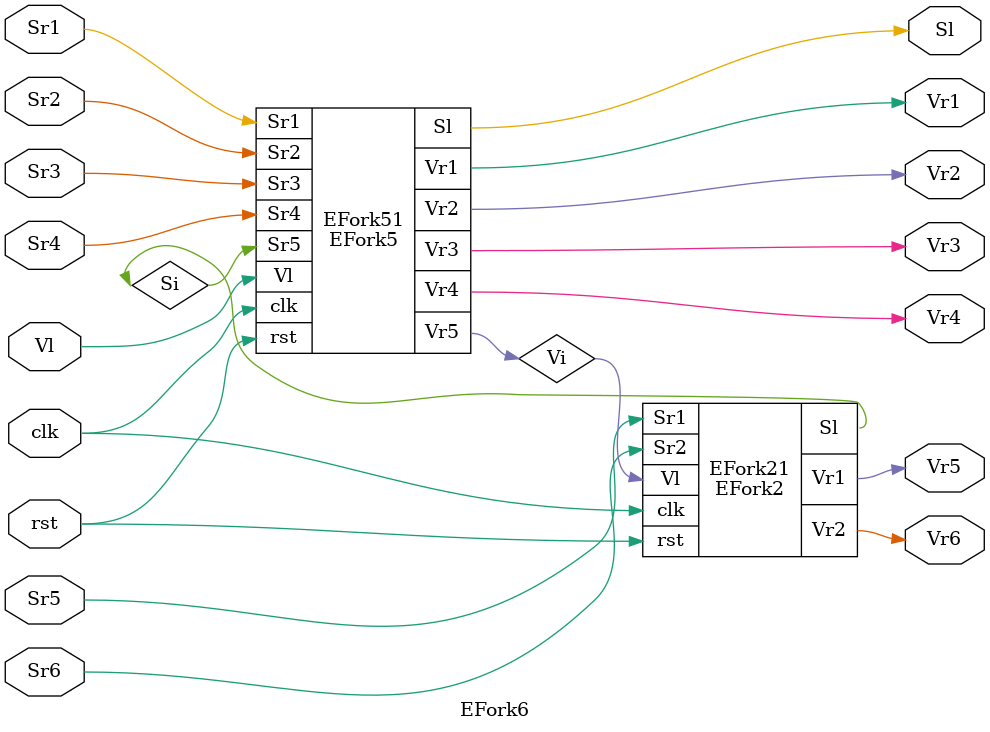
<source format=v>


// wire A1;
//INVX1 U0 (.Y(A1),.A(A));
//INVX1 U1 (.Y(Y),.A(A1));

//endmodule



module PDFFS (input                  clk, set,
                 input       d, 
                 output   q);
 


// A workaround as the UofU library doesn't contain PDFFS.
wire qi;
ILatchLR U0 (.clk(clk),.rst(set),.d(d),.q(qi));
ILatchHS U1 (.clk(clk),.set(set),.d(qi),.q(q));

endmodule



module PDFF (input                  clk,
                 input       d, 
                 output reg  q);
 
   always @(posedge clk)
       q <= d;
endmodule




module ILatchHR (input                  clk,rst,d,
            output  q);
// 1 bit, Latch HI, active HI asynchronous reset, Q is inverted with respect to D.

wire rstb;
INVX1 U0 (.Y(rstb), .A(rst));
LCX1 U1 (.Q(q),.CLR(rstb),.D(d),.G(clk));
endmodule



module ILatchLR (input                  clk,rst,d,
            output  q);
// 1 bit, Latch LO, active HI asynchronous reset, Q is inverted with respect to D.

wire rstb;
INVX1 U0 (.Y(rstb), .A(rst));
LCNX1 U1 (.Q(q),.CLR(rstb),.D(d),.G(clk));
endmodule


module ILatchHS (input                  clk,set,d,
            output q);
// 1 bit, Latch HI, active HI synchronous set, Q is inverted with respect to D. 

wire db,di,clr;
INVX1 U0 (.Y(db), .A(d));
NOR2X1 U1 (.Y(di),.A(set),.B(db)); //.B is faster
TIEHI U2 (.Y(clr));
LCX1 U3 (.Q(q),.CLR(clr),.D(di),.G(clk));
endmodule


module ILatchLS (input                  clk,set,d,
            output   q);
// 1 bit, Latch LO, active HI synchronous set, Q is inverted with respect to D. 

wire db,di,clr;
INVX1 U0 (.Y(db), .A(d));
NOR2X1 U1 (.Y(di),.A(set),.B(db));
TIEHI U2 (.Y(clr));
LCNX1 U3 (.Q(q),.CLR(clr),.D(di),.G(clk));
endmodule

module ILatchHREn (input clk,rst,en, input  d, output  q);

// 1 bit, Latch HI, active HI asynchronous reset, active HI enable, Q is inverted with respect to D.
wire rstb, clki;

// DELAY2 U0 (.Y(di), .A(d)); // Delay D signal so that G is always ahead of D. May require more or less delay, though.
INVX1 U1 (.Y(rstb), .A(rst));
NAND2X2 U2 (.Y(clki), .A(en), .B(clk)); // .B is faster
// LCNX1 U3 (.Q(q),.CLR(rstb),.D(di),.G(clki));
LCNX1 U3 (.Q(q),.CLR(rstb),.D(d),.G(clki));   
endmodule



module ILatchHR2En (input clk,rst,en1,en2, input  d, output  q);

// 1 bit, Latch HI, active HI asynchronous reset, active HI enable1, active HI enable2, Q is inverted with respect to D.
wire rstb, clki;

// DELAY2 U0 (.Y(di), .A(d)); // Delay D signal so that G is always ahead of D. May require more or less delay, though.
INVX1 U1 (.Y(rstb), .A(rst));
NAND3X1 U2 (.Y(clki), .A(en1), .B(en2), .C(clk)); // .c is faster
// LCNX1 U3 (.Q(q),.CLR(rstb),.D(di),.G(clki));
LCNX1 U3 (.Q(q),.CLR(rstb),.D(d),.G(clki));
   
endmodule





module ILatchHEn (input clk,en, input  d, output  q);

// 1 bit, Latch HI, no reset, active HI enable, Q is inverted with respect to D.
wire clr, clki;

// DELAY2 U0 (.Y(di), .A(d)); // Delay D signal so that G is always ahead of D. May require more or less delay, though.
TIEHI U1 (.Y(clr));
NAND2X2 U2 (.Y(clki), .A(en), .B(clk)); // .B is faster
// LCNX1 U3 (.Q(q),.CLR(clr),.D(di),.G(clki));
LCNX1 U3 (.Q(q),.CLR(clr),.D(d),.G(clki));
   
endmodule


module ILatchH2En (input clk,en1,en2, input  d, output  q);

// 1 bit, Latch HI, no reset, 2-active HI enable, Q is inverted with respect to D.
wire clr, clki;

// DELAY2 U0 (.Y(di), .A(d)); // Delay D signal so that G is always ahead of D. May require more or less delay, though.
TIEHI U1 (.Y(clr));
NAND3X1 U2 (.Y(clki), .A(en1), .B(en2), .C(clk)); // .C is faster
// LCNX1 U3 (.Q(q),.CLR(clr),.D(di),.G(clki));
LCNX1 U3 (.Q(q),.CLR(clr),.D(d),.G(clki));
   
endmodule





module ILatchLREn (input clk,rst,en, input  d, output  q);

// 1 bit, Latch LO, active HI asynchronous reset, active HI enable, Q is inverted with respect to D.
wire rstb, clki, enb;

// DELAY2 U0 (.Y(di), .A(d)); // Delay D signal so that G is always ahead of D. May require more or less delay, though.
INVX1 U1 (.Y(rstb), .A(rst));
INVX1 U2 (.Y(enb), .A(en));
NOR2X2 U3 (.Y(clki), .A(enb), .B(clk)); // .B is faster
// LCX1 U4 (.Q(q),.CLR(rstb),.D(di),.G(clki));
LCX1 U4 (.Q(q),.CLR(rstb),.D(d),.G(clki));
   
endmodule


module ILatchLR2En (input clk,rst,en1,en2, input  d, output  q);

// 1 bit, Latch LO, active HI asynchronous reset, 2-active HI enable, Q is inverted with respect to D.
wire rstb, clki, enb;

// DELAY2 U0 (.Y(di), .A(d)); // Delay D signal so that G is always ahead of D. May require more or less delay, though.
INVX1 U1 (.Y(rstb), .A(rst));
NAND2X1 U2 (.Y(enb), .A(en1), .B(en2));
NOR2X2 U3 (.Y(clki), .A(enb), .B(clk)); // .B is faster
// LCX1 U4 (.Q(q),.CLR(rstb),.D(di),.G(clki));
LCX1 U4 (.Q(q),.CLR(rstb),.D(d),.G(clki));
   
endmodule


module ILatchLEn (input clk,en, input  d, output  q);

// 1 bit, Latch LO, no reset, active HI enable, Q is inverted with respect to D.
wire  clki, enb,clr;

// DELAY2 U0 (.Y(di), .A(d)); // Delay D signal so that G is always ahead of D. May require more or less delay, though.
TIEHI U1 (.Y(clr));
INVX1 U2 (.Y(enb), .A(en));
NOR2X2 U3 (.Y(clki), .A(enb), .B(clk)); // .B is faster
// LCX1 U4 (.Q(q),.CLR(clr),.D(di),.G(clki));
LCX1 U4 (.Q(q),.CLR(clr),.D(d),.G(clki));
   
endmodule

module ILatchL2En (input clk,en1,en2, input  d, output  q);

// 1 bit, Latch LO, no reset, 2-active HI enable, Q is inverted with respect to D.
wire  clki, enb,clr;

// DELAY2 U0 (.Y(di), .A(d)); // Delay D signal so that G is always ahead of D. May require more or less delay, though.
TIEHI U1 (.Y(clr));
NAND2X1 U2 (.Y(enb), .A(en1), .B(en2));
NOR2X2 U3 (.Y(clki), .A(enb), .B(clk)); // .B is faster
// LCX1 U4 (.Q(q),.CLR(clr),.D(di),.G(clki));
LCX1 U4 (.Q(q),.CLR(clr),.D(d),.G(clki));
   
endmodule


module ILatchHREn_8 
(input clk,rst,en, input [7:0] d, output  [7:0] q);
// 8 bit, Latch HI, active HI asynchronous reset, active HI enable, Q is inverted with respect to D.

ILatchHREn U0 (.clk(clk),.rst(rst),.en(en),.d(d[0]),.q(q[0]));
ILatchHREn U1 (.clk(clk),.rst(rst),.en(en),.d(d[1]),.q(q[1]));
ILatchHREn U2 (.clk(clk),.rst(rst),.en(en),.d(d[2]),.q(q[2]));
ILatchHREn U3 (.clk(clk),.rst(rst),.en(en),.d(d[3]),.q(q[3]));
ILatchHREn U4 (.clk(clk),.rst(rst),.en(en),.d(d[4]),.q(q[4]));
ILatchHREn U5 (.clk(clk),.rst(rst),.en(en),.d(d[5]),.q(q[5]));
ILatchHREn U6 (.clk(clk),.rst(rst),.en(en),.d(d[6]),.q(q[6]));
ILatchHREn U7 (.clk(clk),.rst(rst),.en(en),.d(d[7]),.q(q[7]));

endmodule


module ILatchHREn_4 
(input clk,rst,en, input [3:0] d, output  [3:0] q);
// 4-bit, Latch HI, active HI asynchronous reset, active HI enable, Q is inverted with respect to D.

ILatchHREn U0 (.clk(clk),.rst(rst),.en(en),.d(d[0]),.q(q[0]));
ILatchHREn U1 (.clk(clk),.rst(rst),.en(en),.d(d[1]),.q(q[1]));
ILatchHREn U2 (.clk(clk),.rst(rst),.en(en),.d(d[2]),.q(q[2]));
ILatchHREn U3 (.clk(clk),.rst(rst),.en(en),.d(d[3]),.q(q[3]));

endmodule


module ILatchHR2En_8 
(input clk,rst,en1,en2, input [7:0] d, output  [7:0] q);
// 8 bit, Latch HI, active HI asynchronous reset, 2 active HI enable, Q is inverted with respect to D.

ILatchHR2En U0 (.clk(clk),.rst(rst),.en1(en1),.en2(en2),.d(d[0]),.q(q[0]));
ILatchHR2En U1 (.clk(clk),.rst(rst),.en1(en1),.en2(en2),.d(d[1]),.q(q[1]));
ILatchHR2En U2 (.clk(clk),.rst(rst),.en1(en1),.en2(en2),.d(d[2]),.q(q[2]));
ILatchHR2En U3 (.clk(clk),.rst(rst),.en1(en1),.en2(en2),.d(d[3]),.q(q[3]));
ILatchHR2En U4 (.clk(clk),.rst(rst),.en1(en1),.en2(en2),.d(d[4]),.q(q[4]));
ILatchHR2En U5 (.clk(clk),.rst(rst),.en1(en1),.en2(en2),.d(d[5]),.q(q[5]));
ILatchHR2En U6 (.clk(clk),.rst(rst),.en1(en1),.en2(en2),.d(d[6]),.q(q[6]));
ILatchHR2En U7 (.clk(clk),.rst(rst),.en1(en1),.en2(en2),.d(d[7]),.q(q[7]));


endmodule


module ILatchHEn_8 
(input clk,en, input [7:0] d, output  [7:0] q);
// 8 bit, Latch HI, no reset, active HI enable, Q is inverted with respect to D.

ILatchHEn U0 (.clk(clk),.en(en),.d(d[0]),.q(q[0]));
ILatchHEn U1 (.clk(clk),.en(en),.d(d[1]),.q(q[1]));
ILatchHEn U2 (.clk(clk),.en(en),.d(d[2]),.q(q[2]));
ILatchHEn U3 (.clk(clk),.en(en),.d(d[3]),.q(q[3]));
ILatchHEn U4 (.clk(clk),.en(en),.d(d[4]),.q(q[4]));
ILatchHEn U5 (.clk(clk),.en(en),.d(d[5]),.q(q[5]));
ILatchHEn U6 (.clk(clk),.en(en),.d(d[6]),.q(q[6]));
ILatchHEn U7 (.clk(clk),.en(en),.d(d[7]),.q(q[7]));

endmodule

module ILatchH2En_8 
(input clk,en1,en2, input [7:0] d, output  [7:0] q);
// 8 bit, Latch HI, no reset, 2 active HI enable, Q is inverted with respect to D.

ILatchH2En U0 (.clk(clk),.en1(en1),.en2(en2),.d(d[0]),.q(q[0]));
ILatchH2En U1 (.clk(clk),.en1(en1),.en2(en2),.d(d[1]),.q(q[1]));
ILatchH2En U2 (.clk(clk),.en1(en1),.en2(en2),.d(d[2]),.q(q[2]));
ILatchH2En U3 (.clk(clk),.en1(en1),.en2(en2),.d(d[3]),.q(q[3]));
ILatchH2En U4 (.clk(clk),.en1(en1),.en2(en2),.d(d[4]),.q(q[4]));
ILatchH2En U5 (.clk(clk),.en1(en1),.en2(en2),.d(d[5]),.q(q[5]));
ILatchH2En U6 (.clk(clk),.en1(en1),.en2(en2),.d(d[6]),.q(q[6]));
ILatchH2En U7 (.clk(clk),.en1(en1),.en2(en2),.d(d[7]),.q(q[7]));


endmodule


module ILatchLREn_8 
(input clk,rst,en, input [7:0] d, output  [7:0] q);
// 8 bit, Latch LO, active HI asynchronous reset, active HI enable, Q is inverted with respect to D.

ILatchLREn U0 (.clk(clk),.rst(rst),.en(en),.d(d[0]),.q(q[0]));
ILatchLREn U1 (.clk(clk),.rst(rst),.en(en),.d(d[1]),.q(q[1]));
ILatchLREn U2 (.clk(clk),.rst(rst),.en(en),.d(d[2]),.q(q[2]));
ILatchLREn U3 (.clk(clk),.rst(rst),.en(en),.d(d[3]),.q(q[3]));
ILatchLREn U4 (.clk(clk),.rst(rst),.en(en),.d(d[4]),.q(q[4]));
ILatchLREn U5 (.clk(clk),.rst(rst),.en(en),.d(d[5]),.q(q[5]));
ILatchLREn U6 (.clk(clk),.rst(rst),.en(en),.d(d[6]),.q(q[6]));
ILatchLREn U7 (.clk(clk),.rst(rst),.en(en),.d(d[7]),.q(q[7]));

endmodule

module ILatchLREn_4 
(input clk,rst,en, input [3:0] d, output  [3:0] q);
// 4 bit, Latch LO, active HI asynchronous reset, active HI enable, Q is inverted with respect to D.

ILatchLREn U0 (.clk(clk),.rst(rst),.en(en),.d(d[0]),.q(q[0]));
ILatchLREn U1 (.clk(clk),.rst(rst),.en(en),.d(d[1]),.q(q[1]));
ILatchLREn U2 (.clk(clk),.rst(rst),.en(en),.d(d[2]),.q(q[2]));
ILatchLREn U3 (.clk(clk),.rst(rst),.en(en),.d(d[3]),.q(q[3]));


endmodule





module ILatchLR2En_8 
(input clk,rst,en1,en2, input [7:0] d, output  [7:0] q);
// 8 bit, Latch LO, active HI asynchronous reset, 2 active HI enable, Q is inverted with respect to D.

ILatchLR2En U0 (.clk(clk),.rst(rst),.en1(en1),.en2(en2),.d(d[0]),.q(q[0]));
ILatchLR2En U1 (.clk(clk),.rst(rst),.en1(en1),.en2(en2),.d(d[1]),.q(q[1]));
ILatchLR2En U2 (.clk(clk),.rst(rst),.en1(en1),.en2(en2),.d(d[2]),.q(q[2]));
ILatchLR2En U3 (.clk(clk),.rst(rst),.en1(en1),.en2(en2),.d(d[3]),.q(q[3]));
ILatchLR2En U4 (.clk(clk),.rst(rst),.en1(en1),.en2(en2),.d(d[4]),.q(q[4]));
ILatchLR2En U5 (.clk(clk),.rst(rst),.en1(en1),.en2(en2),.d(d[5]),.q(q[5]));
ILatchLR2En U6 (.clk(clk),.rst(rst),.en1(en1),.en2(en2),.d(d[6]),.q(q[6]));
ILatchLR2En U7 (.clk(clk),.rst(rst),.en1(en1),.en2(en2),.d(d[7]),.q(q[7]));


endmodule


module ILatchLEn_8 
(input clk,en, input [7:0] d, output  [7:0] q);
// 8 bit, Latch LO, no reset, active HI enable, Q is inverted with respect to D.

ILatchLEn U0 (.clk(clk),.en(en),.d(d[0]),.q(q[0]));
ILatchLEn U1 (.clk(clk),.en(en),.d(d[1]),.q(q[1]));
ILatchLEn U2 (.clk(clk),.en(en),.d(d[2]),.q(q[2]));
ILatchLEn U3 (.clk(clk),.en(en),.d(d[3]),.q(q[3]));
ILatchLEn U4 (.clk(clk),.en(en),.d(d[4]),.q(q[4]));
ILatchLEn U5 (.clk(clk),.en(en),.d(d[5]),.q(q[5]));
ILatchLEn U6 (.clk(clk),.en(en),.d(d[6]),.q(q[6]));
ILatchLEn U7 (.clk(clk),.en(en),.d(d[7]),.q(q[7]));

endmodule


module ILatchL2En_8 
(input clk,en1,en2, input [7:0] d, output  [7:0] q);
// 8 bit, Latch LO, no reset, 2 active HI enable, Q is inverted with respect to D.

ILatchL2En U0 (.clk(clk),.en1(en1),.en2(en2),.d(d[0]),.q(q[0]));
ILatchL2En U1 (.clk(clk),.en1(en1),.en2(en2),.d(d[1]),.q(q[1]));
ILatchL2En U2 (.clk(clk),.en1(en1),.en2(en2),.d(d[2]),.q(q[2]));
ILatchL2En U3 (.clk(clk),.en1(en1),.en2(en2),.d(d[3]),.q(q[3]));
ILatchL2En U4 (.clk(clk),.en1(en1),.en2(en2),.d(d[4]),.q(q[4]));
ILatchL2En U5 (.clk(clk),.en1(en1),.en2(en2),.d(d[5]),.q(q[5]));
ILatchL2En U6 (.clk(clk),.en1(en1),.en2(en2),.d(d[6]),.q(q[6]));
ILatchL2En U7 (.clk(clk),.en1(en1),.en2(en2),.d(d[7]),.q(q[7]));


endmodule






module EBControl (input clk,rst,Vl,Sr, output Vr,Sl,Em,Es);

wire a,b,c,d,e,f,db,Vlb;

ILatchHS iLHS1 (clk,rst,c,Vr);
ILatchHR iLHR1 (clk,rst,f,Sl);
ILatchLS iLLS2 (clk,rst,a,b);
ILatchLR iLLR2 (clk,rst,e,d);

INVX1 U0 (.Y(Vlb), .A(Vl));
INVX1 U1 (.Y(db), .A(d));
NOR2X1 U2 (.Y(Em), .A(Vlb), .B(Sl));
NOR2X1 U3 (.Y(Es), .A(db), .B(b));
NOR2X1 U4 (.Y(e), .A(Vl), .B(Sl));
NOR2X1 U5 (.Y(c), .A(b), .B(d));
NAND2X1 U6 (.Y(f), .A(b), .B(d));
NAND2X1 U7 (.Y(a), .A(Vr), .B(Sr));

endmodule

module EBBubbleControl (input clk,rst,Vl,Sr, output Vr,Sl,Em,Es);

wire a,b,c,d,e,f,db,Vlb;
ILatchHR iLHR1 (clk,rst,c,Vr);
ILatchHR iLHR2 (clk,rst,f,Sl);
ILatchLR iLLR1 (clk,rst,a,b);
ILatchLR iLLR2 (clk,rst,e,d);

INVX1 U0 (.Y(Vlb), .A(Vl));
INVX1 U1 (.Y(db), .A(d));
NOR2X1 U2 (.Y(Em), .A(Vlb), .B(Sl));
NOR2X1 U3 (.Y(Es), .A(db), .B(b));
NOR2X1 U4 (.Y(e), .A(Vl), .B(Sl));
NOR2X1 U5 (.Y(c), .A(b), .B(d));
NAND2X1 U6 (.Y(f), .A(b), .B(d));
NAND2X1 U7 (.Y(a), .A(Vr), .B(Sr));

endmodule


module EB_8
(input clk,rst,
input [7:0] Dl,
input Vl,Sr, 
output [7:0] Dr,
output Vr,Sl);
// 8-bit Elastic Buffer without data reset neither data enable. Control channels, though, must have a reset.

wire [7:0] m;
ILatchLEn_8 U0 (.clk(clk),.en(Em),.d(Dl),.q(m));
ILatchHEn_8 U1 (.clk(clk),.en(Es),.d(m),.q(Dr));
EBControl eBCtl1(clk,rst,Vl,Sr,Vr,Sl,Em,Es);
endmodule


module EBR_8 
(input clk,rst,
input [7:0] Dl,
input Vl,Sr, 
output [7:0] Dr,
output Vr,Sl);
// 8-bit Elastic Buffer with data reset but without data enable.
wire [7:0] m;
ILatchLREn_8  lLRE1(clk,rst,Em,Dl,m);
ILatchHREn_8  lHRE1(clk,rst,Es,m,Dr);
EBControl eBCtl1(clk,rst,Vl,Sr,Vr,Sl,Em,Es);
endmodule


module EBR_4 
(input clk,rst,
input [3:0] Dl,
input Vl,Sr, 
output [3:0] Dr,
output Vr,Sl);
// 4-bit Elastic Buffer with data reset but without data enable.
wire [3:0] m;
ILatchLREn_4  lLRE1(clk,rst,Em,Dl,m);
ILatchHREn_4  lHRE1(clk,rst,Es,m,Dr);
EBControl eBCtl1(clk,rst,Vl,Sr,Vr,Sl,Em,Es);
endmodule


module EBBubbleR_8
(input clk,rst,
input [7:0] Dl,
input Vl,Sr, 
output [7:0] Dr,
output Vr,Sl);
// Elastic Buffer with data reset
wire [7:0] m;
ILatchLREn_8  lLRE1(clk,rst,Em,Dl,m);
ILatchHREn_8  lHRE1(clk,rst,Es,m,Dr);
EBBubbleControl eBCtl1(clk,rst,Vl,Sr,Vr,Sl,Em,Es);
endmodule


module EBREn_8
(input clk,rst,en,
input [7:0] Dl,
input Vl,Sr, 
output [7:0] Dr,
output Vr,Sl);
// Elastic Buffer with data reset and date enable.

wire [7:0] m;
wire Es,Em;

ILatchLR2En_8 U0 (.clk(clk),.rst(rst),.en1(en),.en2(Em),.d(Dl),.q(m));
ILatchHR2En_8 U1 (.clk(clk),.rst(rst),.en1(en),.en2(Es),.d(m),.q(Dr));
EBControl eBCtl1(clk,rst,Vl,Sr,Vr,Sl,Em,Es);
endmodule


module EBEn_8
(input clk,rst,en,
input [7:0] Dl,
input Vl,Sr, 
output [7:0] Dr,
output Vr,Sl);
// Elastic Buffer with date enable, but without data reset. Control channels, though, must have a reset. 

wire [7:0] m;

wire Es,Em;


ILatchL2En_8 U0 (.clk(clk),.en1(en),.en2(Em),.d(Dl),.q(m));
ILatchH2En_8 U1 (.clk(clk),.en1(en),.en2(Es),.d(m),.q(Dr));
EBControl eBCtl1(clk,rst,Vl,Sr,Vr,Sl,Em,Es);
endmodule






module Join2(input Vl1,Vl2,Sr, output Vr,Sl1,Sl2);

wire w,Vl1b,Vl2b,Vrb;

INVX1 U0 (.Y(Vl1b),.A(Vl1));
INVX1 U1 (.Y(Vl2b),.A(Vl2));
INVX1 U2 (.Y(Vrb),.A(Vr));
NOR2X1 U3 (.Y(Sl1),.A(Vl1b),.B(w));
NOR2X1 U4 (.Y(Sl2),.A(Vl2b),.B(w));
NOR2X1 U5 (.Y(Vr),.A(Vl1b),.B(Vl2b));
NOR2X1 U6 (.Y(w),.A(Vrb),.B(Sr));

endmodule


module Join3(input Vl1,Vl2,Vl3,Sr, output Vr,Sl1,Sl2,Sl3);

wire Vi;
wire Si;

Join2 Join21(Vl1,Vl2,Si,Vi,Sl1,Sl2);
Join2 Join22(Vi,Vl3,Sr,Vr,Si,Sl3);

endmodule


module Join4(input Vl1,Vl2,Vl3,Vl4,Sr, output Vr,Sl1,Sl2,Sl3,Sl4);

wire Vi;
wire Si;

Join3 Join31(Vl1,Vl2,Vi,Sr,Vr,Sl1,Sl2,Si);
Join2 Join21(Vl3,Vl4,Si,Vi,Sl3,Sl4);
endmodule


module Join5(input Vl1,Vl2,Vl3,Vl4,Vl5,Sr, output Vr,Sl1,Sl2,Sl3,Sl4,Sl5);

wire Vi;
wire Si;

Join3 Join31(Vl1,Vl2,Vi,Sr,Vr,Sl1,Sl2,Si);
Join3 Join32(Vl3,Vl4,Vl5,Si,Vi,Sl3,Sl4,Sl5);

endmodule

module Join6(input Vl1,Vl2,Vl3,Vl4,Vl5,Vl6,Sr, output Vr,Sl1,Sl2,Sl3,Sl4,Sl5,Sl6);

wire Vi;
wire Si;

Join5 Join51(Vl1,Vl2,Vl3,Vl4,Vi,Sr,Vr,Sl1,Sl2,Sl3,Sl4,Si);
Join2 Join21(Vl5,Vl6,Si,Vi,Sl5,Sl6);

endmodule


module EFork2(input clk,rst,Vl,Sr1,Sr2,output Vr1,Vr2,Sl);

wire a,b,c,d,e,f,g;
wire Vlb,Slb,cb,eb;
PDFFS pDFFS1(clk,rst,d,e);
PDFFS pDFFS0(clk,rst,b,c);

INVX1 U0 (.Y(Vlb),.A(Vl));
INVX1 U1 (.Y(Slb),.A(Sl));
INVX1 U2 (.Y(cb),.A(c));
INVX1 U3 (.Y(eb),.A(e));

NOR2X1 U4 (.Y(g),.A(Vlb),.B(Slb));
NOR2X1 U5 (.Y(Vr1),.A(cb),.B(Vlb));
NOR2X1 U6 (.Y(Vr2),.A(eb),.B(Vlb));

NAND2X1 U7 (.Y(f),.A(e),.B(Sr2));
NAND2X1 U8 (.Y(Sl),.A(a),.B(f));
NAND2X1 U9 (.Y(d),.A(g),.B(f));
NAND2X1 U10 (.Y(b),.A(a),.B(g));
NAND2X1 U11 (.Y(a),.A(Sr1),.B(c));

endmodule
   



module EFork3(input clk,rst,Vl,Sr1,Sr2,Sr3,output Vr1,Vr2,Vr3,Sl);

wire Vi;
wire Si;
EFork2 EFork21(clk,rst,Vl,Si,Sr3,Vi,Vr3,Sl);
EFork2 EFork22(clk,rst,Vi,Sr1,Sr2,Vr1,Vr2,Si);
endmodule


module EFork4(input clk,rst,Vl,Sr1,Sr2,Sr3,Sr4,output Vr1,Vr2,Vr3,Vr4,Sl);

wire Vi;
wire Si;
EFork3 EFork31(clk,rst,Vl,Sr1,Sr2,Si,Vr1,Vr2,Vi,Sl);
EFork2 EFork21(clk,rst,Vi,Sr3,Sr4,Vr3,Vr4,Si);
endmodule

module EFork5(input clk,rst,Vl,Sr1,Sr2,Sr3,Sr4,Sr5,output Vr1,Vr2,Vr3,Vr4,Vr5,Sl);

wire Vi;
wire Si;


EFork3 EFork31(clk,rst,Vl,Sr1,Sr2,Si,Vr1,Vr2,Vi,Sl);
EFork3 EFork32(clk,rst,Vi,Sr3,Sr4,Sr5,Vr3,Vr4,Vr5,Si);

endmodule

module EFork6(input clk,rst,Vl,Sr1,Sr2,Sr3,Sr4,Sr5,Sr6,output Vr1,Vr2,Vr3,Vr4,Vr5,Vr6,Sl);

wire Vi;
wire Si;


EFork5 EFork51(clk,rst,Vl,Sr1,Sr2,Sr3,Sr4,Si,Vr1,Vr2,Vr3,Vr4,Vi,Sl);
EFork2 EFork21(clk,rst,Vi,Sr5,Sr6,Vr5,Vr6,Si);

endmodule







//module mux2 #(parameter WIDTH = 8)
//             (input              s,
//              input  [WIDTH-1:0] d0, d1,                
//              output [WIDTH-1:0] y);
//
//   assign y = s ? d1 : d0; 
//endmodule





 






</source>
